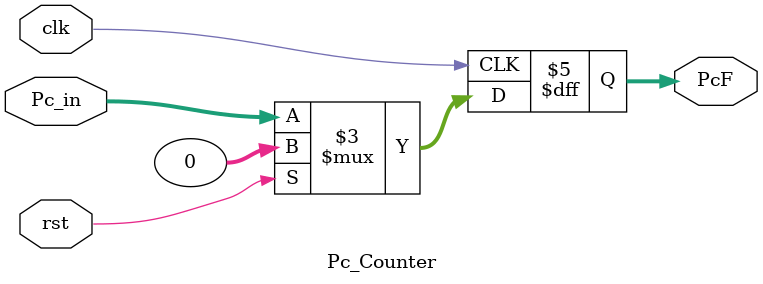
<source format=v>
module Pc_Counter (
  input clk,rst,
  input [31:0]Pc_in,
  output reg [31:0] PcF
  );
  always @(posedge clk) begin
    if(rst) begin
      PcF =  32'd0;
    end
    else  begin
      PcF = Pc_in;
    end
  end
 
endmodule
</source>
